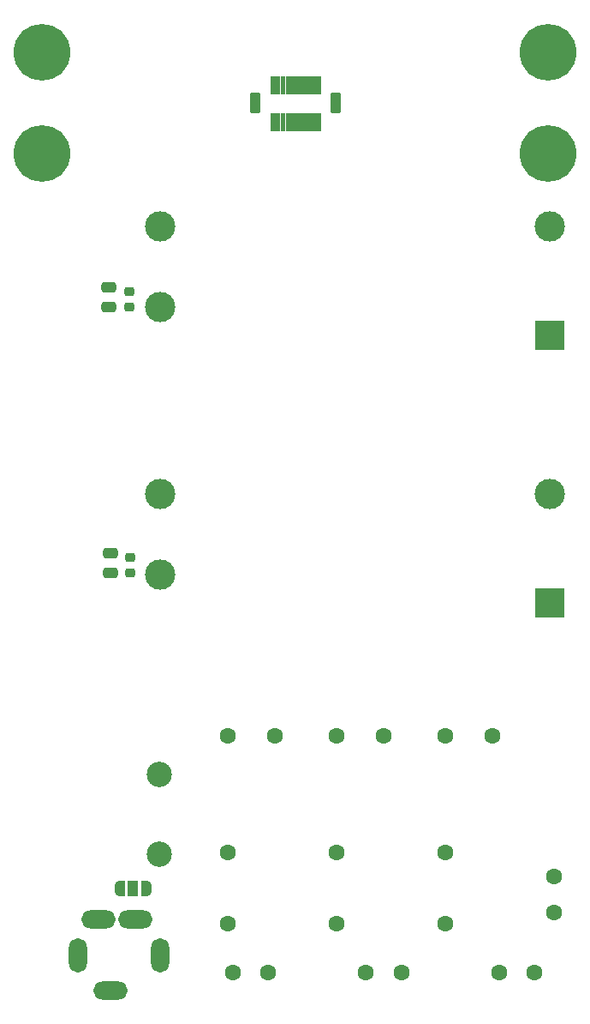
<source format=gbs>
G04 #@! TF.GenerationSoftware,KiCad,Pcbnew,(6.0.11-0)*
G04 #@! TF.CreationDate,2025-05-14T22:18:42-06:00*
G04 #@! TF.ProjectId,AnalogPCB,416e616c-6f67-4504-9342-2e6b69636164,rev?*
G04 #@! TF.SameCoordinates,Original*
G04 #@! TF.FileFunction,Soldermask,Bot*
G04 #@! TF.FilePolarity,Negative*
%FSLAX46Y46*%
G04 Gerber Fmt 4.6, Leading zero omitted, Abs format (unit mm)*
G04 Created by KiCad (PCBNEW (6.0.11-0)) date 2025-05-14 22:18:42*
%MOMM*%
%LPD*%
G01*
G04 APERTURE LIST*
G04 Aperture macros list*
%AMRoundRect*
0 Rectangle with rounded corners*
0 $1 Rounding radius*
0 $2 $3 $4 $5 $6 $7 $8 $9 X,Y pos of 4 corners*
0 Add a 4 corners polygon primitive as box body*
4,1,4,$2,$3,$4,$5,$6,$7,$8,$9,$2,$3,0*
0 Add four circle primitives for the rounded corners*
1,1,$1+$1,$2,$3*
1,1,$1+$1,$4,$5*
1,1,$1+$1,$6,$7*
1,1,$1+$1,$8,$9*
0 Add four rect primitives between the rounded corners*
20,1,$1+$1,$2,$3,$4,$5,0*
20,1,$1+$1,$4,$5,$6,$7,0*
20,1,$1+$1,$6,$7,$8,$9,0*
20,1,$1+$1,$8,$9,$2,$3,0*%
%AMFreePoly0*
4,1,22,0.550000,-0.750000,0.000000,-0.750000,0.000000,-0.745033,-0.079941,-0.743568,-0.215256,-0.701293,-0.333266,-0.622738,-0.424486,-0.514219,-0.481581,-0.384460,-0.499164,-0.250000,-0.500000,-0.250000,-0.500000,0.250000,-0.499164,0.250000,-0.499963,0.256109,-0.478152,0.396186,-0.417904,0.524511,-0.324060,0.630769,-0.204165,0.706417,-0.067858,0.745374,0.000000,0.744959,0.000000,0.750000,
0.550000,0.750000,0.550000,-0.750000,0.550000,-0.750000,$1*%
%AMFreePoly1*
4,1,20,0.000000,0.744959,0.073905,0.744508,0.209726,0.703889,0.328688,0.626782,0.421226,0.519385,0.479903,0.390333,0.500000,0.250000,0.500000,-0.250000,0.499851,-0.262216,0.476331,-0.402017,0.414519,-0.529596,0.319384,-0.634700,0.198574,-0.708877,0.061801,-0.746166,0.000000,-0.745033,0.000000,-0.750000,-0.550000,-0.750000,-0.550000,0.750000,0.000000,0.750000,0.000000,0.744959,
0.000000,0.744959,$1*%
G04 Aperture macros list end*
%ADD10C,0.010000*%
%ADD11C,1.600200*%
%ADD12R,3.000000X3.000000*%
%ADD13C,3.000000*%
%ADD14C,5.600000*%
%ADD15C,2.500000*%
%ADD16FreePoly0,180.000000*%
%ADD17R,1.000000X1.500000*%
%ADD18FreePoly1,180.000000*%
%ADD19RoundRect,0.225000X-0.250000X0.225000X-0.250000X-0.225000X0.250000X-0.225000X0.250000X0.225000X0*%
%ADD20RoundRect,0.250000X0.475000X-0.250000X0.475000X0.250000X-0.475000X0.250000X-0.475000X-0.250000X0*%
%ADD21O,3.404000X1.804000*%
%ADD22O,1.804000X3.404000*%
%ADD23RoundRect,0.102000X0.400000X0.900000X-0.400000X0.900000X-0.400000X-0.900000X0.400000X-0.900000X0*%
G04 APERTURE END LIST*
G36*
X77950000Y-62650000D02*
G01*
X77550000Y-62650000D01*
X77550000Y-60950000D01*
X77950000Y-60950000D01*
X77950000Y-62650000D01*
G37*
D10*
X77950000Y-62650000D02*
X77550000Y-62650000D01*
X77550000Y-60950000D01*
X77950000Y-60950000D01*
X77950000Y-62650000D01*
G36*
X78450000Y-59050000D02*
G01*
X78050000Y-59050000D01*
X78050000Y-57350000D01*
X78450000Y-57350000D01*
X78450000Y-59050000D01*
G37*
X78450000Y-59050000D02*
X78050000Y-59050000D01*
X78050000Y-57350000D01*
X78450000Y-57350000D01*
X78450000Y-59050000D01*
G36*
X80450000Y-62650000D02*
G01*
X80050000Y-62650000D01*
X80050000Y-60950000D01*
X80450000Y-60950000D01*
X80450000Y-62650000D01*
G37*
X80450000Y-62650000D02*
X80050000Y-62650000D01*
X80050000Y-60950000D01*
X80450000Y-60950000D01*
X80450000Y-62650000D01*
G36*
X79450000Y-62650000D02*
G01*
X79050000Y-62650000D01*
X79050000Y-60950000D01*
X79450000Y-60950000D01*
X79450000Y-62650000D01*
G37*
X79450000Y-62650000D02*
X79050000Y-62650000D01*
X79050000Y-60950000D01*
X79450000Y-60950000D01*
X79450000Y-62650000D01*
G36*
X79450000Y-59050000D02*
G01*
X79050000Y-59050000D01*
X79050000Y-57350000D01*
X79450000Y-57350000D01*
X79450000Y-59050000D01*
G37*
X79450000Y-59050000D02*
X79050000Y-59050000D01*
X79050000Y-57350000D01*
X79450000Y-57350000D01*
X79450000Y-59050000D01*
G36*
X80950000Y-59050000D02*
G01*
X80550000Y-59050000D01*
X80550000Y-57350000D01*
X80950000Y-57350000D01*
X80950000Y-59050000D01*
G37*
X80950000Y-59050000D02*
X80550000Y-59050000D01*
X80550000Y-57350000D01*
X80950000Y-57350000D01*
X80950000Y-59050000D01*
G36*
X82450000Y-59050000D02*
G01*
X82050000Y-59050000D01*
X82050000Y-57350000D01*
X82450000Y-57350000D01*
X82450000Y-59050000D01*
G37*
X82450000Y-59050000D02*
X82050000Y-59050000D01*
X82050000Y-57350000D01*
X82450000Y-57350000D01*
X82450000Y-59050000D01*
G36*
X80950000Y-62650000D02*
G01*
X80550000Y-62650000D01*
X80550000Y-60950000D01*
X80950000Y-60950000D01*
X80950000Y-62650000D01*
G37*
X80950000Y-62650000D02*
X80550000Y-62650000D01*
X80550000Y-60950000D01*
X80950000Y-60950000D01*
X80950000Y-62650000D01*
G36*
X81950000Y-62650000D02*
G01*
X81550000Y-62650000D01*
X81550000Y-60950000D01*
X81950000Y-60950000D01*
X81950000Y-62650000D01*
G37*
X81950000Y-62650000D02*
X81550000Y-62650000D01*
X81550000Y-60950000D01*
X81950000Y-60950000D01*
X81950000Y-62650000D01*
G36*
X77950000Y-59050000D02*
G01*
X77550000Y-59050000D01*
X77550000Y-57350000D01*
X77950000Y-57350000D01*
X77950000Y-59050000D01*
G37*
X77950000Y-59050000D02*
X77550000Y-59050000D01*
X77550000Y-57350000D01*
X77950000Y-57350000D01*
X77950000Y-59050000D01*
G36*
X78950000Y-62650000D02*
G01*
X78550000Y-62650000D01*
X78550000Y-60950000D01*
X78950000Y-60950000D01*
X78950000Y-62650000D01*
G37*
X78950000Y-62650000D02*
X78550000Y-62650000D01*
X78550000Y-60950000D01*
X78950000Y-60950000D01*
X78950000Y-62650000D01*
G36*
X81450000Y-59050000D02*
G01*
X81050000Y-59050000D01*
X81050000Y-57350000D01*
X81450000Y-57350000D01*
X81450000Y-59050000D01*
G37*
X81450000Y-59050000D02*
X81050000Y-59050000D01*
X81050000Y-57350000D01*
X81450000Y-57350000D01*
X81450000Y-59050000D01*
G36*
X81950000Y-59050000D02*
G01*
X81550000Y-59050000D01*
X81550000Y-57350000D01*
X81950000Y-57350000D01*
X81950000Y-59050000D01*
G37*
X81950000Y-59050000D02*
X81550000Y-59050000D01*
X81550000Y-57350000D01*
X81950000Y-57350000D01*
X81950000Y-59050000D01*
G36*
X81450000Y-62650000D02*
G01*
X81050000Y-62650000D01*
X81050000Y-60950000D01*
X81450000Y-60950000D01*
X81450000Y-62650000D01*
G37*
X81450000Y-62650000D02*
X81050000Y-62650000D01*
X81050000Y-60950000D01*
X81450000Y-60950000D01*
X81450000Y-62650000D01*
G36*
X78950000Y-59050000D02*
G01*
X78550000Y-59050000D01*
X78550000Y-57350000D01*
X78950000Y-57350000D01*
X78950000Y-59050000D01*
G37*
X78950000Y-59050000D02*
X78550000Y-59050000D01*
X78550000Y-57350000D01*
X78950000Y-57350000D01*
X78950000Y-59050000D01*
G36*
X80450000Y-59050000D02*
G01*
X80050000Y-59050000D01*
X80050000Y-57350000D01*
X80450000Y-57350000D01*
X80450000Y-59050000D01*
G37*
X80450000Y-59050000D02*
X80050000Y-59050000D01*
X80050000Y-57350000D01*
X80450000Y-57350000D01*
X80450000Y-59050000D01*
G36*
X79950000Y-59050000D02*
G01*
X79550000Y-59050000D01*
X79550000Y-57350000D01*
X79950000Y-57350000D01*
X79950000Y-59050000D01*
G37*
X79950000Y-59050000D02*
X79550000Y-59050000D01*
X79550000Y-57350000D01*
X79950000Y-57350000D01*
X79950000Y-59050000D01*
G36*
X78450000Y-62650000D02*
G01*
X78050000Y-62650000D01*
X78050000Y-60950000D01*
X78450000Y-60950000D01*
X78450000Y-62650000D01*
G37*
X78450000Y-62650000D02*
X78050000Y-62650000D01*
X78050000Y-60950000D01*
X78450000Y-60950000D01*
X78450000Y-62650000D01*
G36*
X79950000Y-62650000D02*
G01*
X79550000Y-62650000D01*
X79550000Y-60950000D01*
X79950000Y-60950000D01*
X79950000Y-62650000D01*
G37*
X79950000Y-62650000D02*
X79550000Y-62650000D01*
X79550000Y-60950000D01*
X79950000Y-60950000D01*
X79950000Y-62650000D01*
G36*
X82450000Y-62650000D02*
G01*
X82050000Y-62650000D01*
X82050000Y-60950000D01*
X82450000Y-60950000D01*
X82450000Y-62650000D01*
G37*
X82450000Y-62650000D02*
X82050000Y-62650000D01*
X82050000Y-60950000D01*
X82450000Y-60950000D01*
X82450000Y-62650000D01*
D11*
X105609500Y-136352300D03*
X105609500Y-139857500D03*
X103647700Y-145809500D03*
X100142500Y-145809500D03*
X90497700Y-145800000D03*
X86992500Y-145800000D03*
X77347700Y-145800000D03*
X73842500Y-145800000D03*
D12*
X105157500Y-109300000D03*
D13*
X105157500Y-98550000D03*
X66657500Y-98550000D03*
X66657500Y-106550000D03*
D11*
X94809750Y-122474951D03*
X94809750Y-133974951D03*
X94809750Y-140974950D03*
X99509751Y-122474951D03*
D14*
X55000000Y-65000000D03*
D11*
X73309750Y-122474951D03*
X73309750Y-133974951D03*
X73309750Y-140974950D03*
X78009751Y-122474951D03*
D14*
X55000000Y-55000000D03*
X105000000Y-55000000D03*
D11*
X84059750Y-122474951D03*
X84059750Y-133974951D03*
X84059750Y-140974950D03*
X88759751Y-122474951D03*
D12*
X105157500Y-82900000D03*
D13*
X105157500Y-72150000D03*
X66657500Y-72150000D03*
X66657500Y-80150000D03*
D15*
X66575000Y-126250000D03*
X66575000Y-134150000D03*
D14*
X105000000Y-65000000D03*
D16*
X65250000Y-137500000D03*
D17*
X63950000Y-137500000D03*
D18*
X62650000Y-137500000D03*
D19*
X63600000Y-78600000D03*
X63600000Y-80150000D03*
X63700000Y-104845000D03*
X63700000Y-106395000D03*
D20*
X61700000Y-106350000D03*
X61700000Y-104450000D03*
D21*
X61700000Y-147587500D03*
D22*
X66600000Y-144087500D03*
X58500000Y-144087500D03*
D21*
X64200000Y-140587500D03*
X60550000Y-140587500D03*
D23*
X84000000Y-60000000D03*
X76000000Y-60000000D03*
D20*
X61600000Y-80105000D03*
X61600000Y-78205000D03*
M02*

</source>
